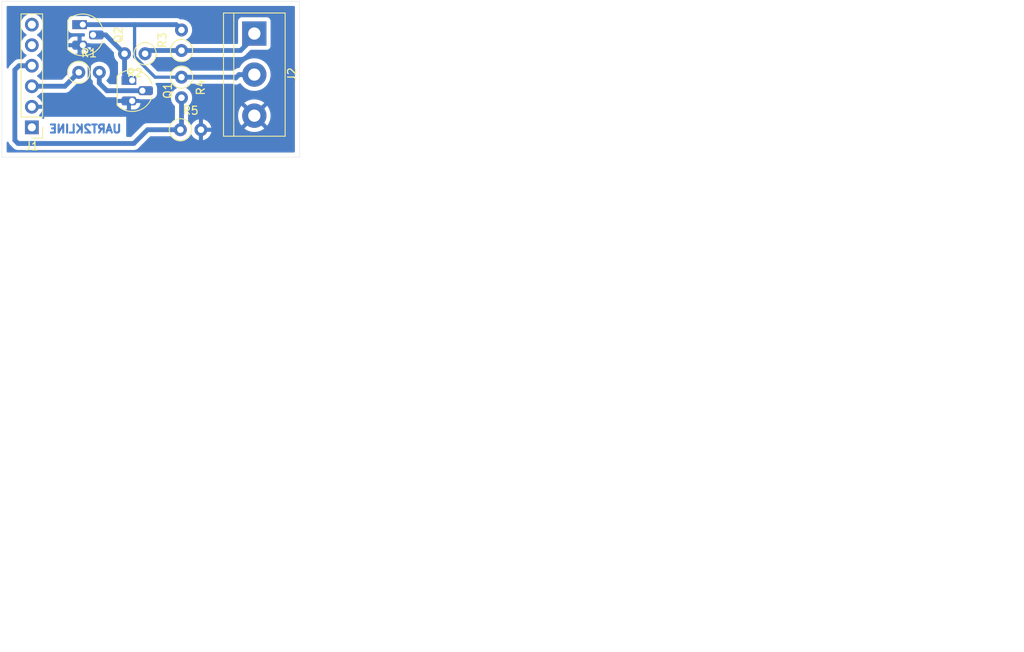
<source format=kicad_pcb>
(kicad_pcb (version 20211014) (generator pcbnew)
  (title_block (rev "1"))
  (layers (0 "F.Cu" signal "Front") (1 "In1.Cu" signal) (2 "In2.Cu" signal) (31 "B.Cu" signal "Back") (34 "B.Paste" user) (35 "F.Paste" user) (36 "B.SilkS" user "B.Silkscreen") (37 "F.SilkS" user "F.Silkscreen") (38 "B.Mask" user) (39 "F.Mask" user) (44 "Edge.Cuts" user))
  (net 0 "")
  (net 1 "RX_I")
  (net 2 "TX_O")
  (net 3 "GND")
  (net 4 "KLINE")
  (net 5 "+12V")
  (net 6 "Net-(Q1-Pad1)")
  (net 7 "Net-(Q1-Pad2)")
  (footprint "Connector_PinHeader_2.54mm:PinHeader_1x06_P2.54mm_Vertical" (layer "F.Cu") (at 19 32.5 180)
    (fp_text reference "J1" (at 0 -2.33) (layer "F.SilkS"))
    (fp_text value "USB2UART")
    (fp_line (start -1.33 1.27) (end 1.33 1.27) (layer "F.SilkS") (width 0.12))
    (fp_line (start -1.33 1.27) (end -1.33 14.03) (layer "F.SilkS") (width 0.12))
    (fp_line (start -1.33 -1.33) (end 0 -1.33) (layer "F.SilkS") (width 0.12))
    (fp_line (start -1.33 14.03) (end 1.33 14.03) (layer "F.SilkS") (width 0.12))
    (fp_line (start 1.33 1.27) (end 1.33 14.03) (layer "F.SilkS") (width 0.12))
    (fp_line (start -1.33 0) (end -1.33 -1.33) (layer "F.SilkS") (width 0.12))
    (pad "1" thru_hole rect locked (at 0 0 180) (size 1.7 1.7) (drill 1) (layers *.Cu *.Mask))
    (pad "2" thru_hole oval locked (at 0 2.54 180) (size 1.7 1.7) (drill 1) (layers *.Cu *.Mask) (net 3 "GND"))
    (pad "3" thru_hole oval locked (at 0 5.08 180) (size 1.7 1.7) (drill 1) (layers *.Cu *.Mask) (net 2 "TX_O"))
    (pad "4" thru_hole oval locked (at 0 7.62 180) (size 1.7 1.7) (drill 1) (layers *.Cu *.Mask) (net 1 "RX_I"))
    (pad "5" thru_hole oval locked (at 0 10.16 180) (size 1.7 1.7) (drill 1) (layers *.Cu *.Mask))
    (pad "6" thru_hole oval locked (at 0 12.7 180) (size 1.7 1.7) (drill 1) (layers *.Cu *.Mask))
  )
  (footprint "TerminalBlock:TerminalBlock_bornier-3_P5.08mm" (layer "F.Cu") (at 46.5 20.9 -90)
    (fp_text reference "J2" (at 5.05 -4.65 90) (layer "F.SilkS"))
    (fp_text value "KLINE_CONN")
    (fp_line (start -2.54 3.81) (end -2.54 -3.81) (layer "F.SilkS") (width 0.12))
    (fp_line (start -2.54 3.81) (end 12.7 3.81) (layer "F.SilkS") (width 0.12))
    (fp_line (start 12.7 3.81) (end 12.7 -3.81) (layer "F.SilkS") (width 0.12))
    (fp_line (start -2.54 -3.81) (end 12.7 -3.81) (layer "F.SilkS") (width 0.12))
    (fp_line (start -2.54 2.54) (end 12.7 2.54) (layer "F.SilkS") (width 0.12))
    (pad "1" thru_hole rect locked (at 0 0 270) (size 3 3) (drill 1.52) (layers *.Cu *.Mask) (net 5 "+12V"))
    (pad "2" thru_hole circle locked (at 5.08 0 270) (size 3 3) (drill 1.52) (layers *.Cu *.Mask) (net 4 "KLINE"))
    (pad "3" thru_hole circle locked (at 10.16 0 270) (size 3 3) (drill 1.52) (layers *.Cu *.Mask) (net 3 "GND"))
  )
  (footprint "Package_TO_SOT_THT:TO-92_HandSolder" (layer "F.Cu") (at 31.4 26.7 -90)
    (fp_text reference "Q1" (at 1.27 -4.4 90) (layer "F.SilkS"))
    (fp_text value "BC547")
    (fp_line (start -0.53 1.85) (end 3.07 1.85) (layer "F.SilkS") (width 0.12))
    (fp_arc (start 2.05 -2.45) (mid 3.769931 -0.601036) (end 3.078445 1.827684) (layer "F.SilkS") (width 0.12))
    (fp_arc (start -0.541875 1.841741) (mid -1.247231 -0.581764) (end 0.45 -2.45) (layer "F.SilkS") (width 0.12))
    (pad "1" thru_hole rect locked (at 0 0 270) (size 1.1 1.8) (drill 0.75 (offset 0 0.4)) (layers *.Cu *.Mask) (net 6 "Net-(Q1-Pad1)"))
    (pad "2" thru_hole roundrect locked (at 1.27 -1.27 270) (size 1.1 1.8) (drill 0.75 (offset 0 -0.4)) (layers *.Cu *.Mask) (net 7 "Net-(Q1-Pad2)"))
    (pad "3" thru_hole roundrect locked (at 2.54 0 270) (size 1.1 1.8) (drill 0.75 (offset 0 0.4)) (layers *.Cu *.Mask) (net 3 "GND"))
  )
  (footprint "Package_TO_SOT_THT:TO-92_HandSolder" (layer "F.Cu") (at 25.3 19.8 -90)
    (fp_text reference "Q2" (at 1.27 -4.4 90) (layer "F.SilkS"))
    (fp_text value "BC547")
    (fp_line (start -0.53 1.85) (end 3.07 1.85) (layer "F.SilkS") (width 0.12))
    (fp_arc (start -0.541875 1.841741) (mid -1.247231 -0.581764) (end 0.45 -2.45) (layer "F.SilkS") (width 0.12))
    (fp_arc (start 2.05 -2.45) (mid 3.769931 -0.601036) (end 3.078445 1.827684) (layer "F.SilkS") (width 0.12))
    (pad "1" thru_hole rect locked (at 0 0 270) (size 1.1 1.8) (drill 0.75 (offset 0 0.4)) (layers *.Cu *.Mask) (net 4 "KLINE"))
    (pad "2" thru_hole roundrect locked (at 1.27 -1.27 270) (size 1.1 1.8) (drill 0.75 (offset 0 -0.4)) (layers *.Cu *.Mask) (net 6 "Net-(Q1-Pad1)"))
    (pad "3" thru_hole roundrect locked (at 2.54 0 270) (size 1.1 1.8) (drill 0.75 (offset 0 0.4)) (layers *.Cu *.Mask) (net 3 "GND"))
  )
  (footprint "Resistor_THT:R_Axial_DIN0207_L6.3mm_D2.5mm_P2.54mm_Vertical" (layer "F.Cu") (at 24.8 25.7)
    (fp_text reference "R1" (at 1.27 -2.37) (layer "F.SilkS"))
    (fp_text value "1K")
    (fp_line (start 1.37 0) (end 1.44 0) (layer "F.SilkS") (width 0.12))
    (fp_circle (center 0 0) (end 1.37 0) (layer "F.SilkS") (width 0.12) (fill none))
    (pad "1" thru_hole circle locked (at 0 0) (size 1.6 1.6) (drill 0.8) (layers *.Cu *.Mask) (net 2 "TX_O"))
    (pad "2" thru_hole oval locked (at 2.54 0) (size 1.6 1.6) (drill 0.8) (layers *.Cu *.Mask) (net 7 "Net-(Q1-Pad2)"))
  )
  (footprint "Resistor_THT:R_Axial_DIN0207_L6.3mm_D2.5mm_P2.54mm_Vertical" (layer "F.Cu") (at 33 23.4 180)
    (fp_text reference "R2" (at 1.27 -2.37) (layer "F.SilkS"))
    (fp_text value "470R")
    (fp_line (start 1.37 0) (end 1.44 0) (layer "F.SilkS") (width 0.12))
    (fp_circle (center 0 0) (end 1.37 0) (layer "F.SilkS") (width 0.12) (fill none))
    (pad "1" thru_hole circle locked (at 0 0 180) (size 1.6 1.6) (drill 0.8) (layers *.Cu *.Mask) (net 5 "+12V"))
    (pad "2" thru_hole oval locked (at 2.54 0 180) (size 1.6 1.6) (drill 0.8) (layers *.Cu *.Mask) (net 6 "Net-(Q1-Pad1)"))
  )
  (footprint "Resistor_THT:R_Axial_DIN0207_L6.3mm_D2.5mm_P2.54mm_Vertical" (layer "F.Cu") (at 37.5 23 90)
    (fp_text reference "R3" (at 1.27 -2.37 90) (layer "F.SilkS"))
    (fp_text value "470R")
    (fp_line (start 1.37 0) (end 1.44 0) (layer "F.SilkS") (width 0.12))
    (fp_circle (center 0 0) (end 1.37 0) (layer "F.SilkS") (width 0.12) (fill none))
    (pad "1" thru_hole circle locked (at 0 0 90) (size 1.6 1.6) (drill 0.8) (layers *.Cu *.Mask) (net 5 "+12V"))
    (pad "2" thru_hole oval locked (at 2.54 0 90) (size 1.6 1.6) (drill 0.8) (layers *.Cu *.Mask) (net 4 "KLINE"))
  )
  (footprint "Resistor_THT:R_Axial_DIN0207_L6.3mm_D2.5mm_P2.54mm_Vertical" (layer "F.Cu") (at 37.5 26.3 -90)
    (fp_text reference "R4" (at 1.27 -2.37 90) (layer "F.SilkS"))
    (fp_text value "100K")
    (fp_line (start 1.37 0) (end 1.44 0) (layer "F.SilkS") (width 0.12))
    (fp_circle (center 0 0) (end 1.37 0) (layer "F.SilkS") (width 0.12) (fill none))
    (pad "1" thru_hole circle locked (at 0 0 270) (size 1.6 1.6) (drill 0.8) (layers *.Cu *.Mask) (net 4 "KLINE"))
    (pad "2" thru_hole oval locked (at 2.54 0 270) (size 1.6 1.6) (drill 0.8) (layers *.Cu *.Mask) (net 1 "RX_I"))
  )
  (footprint "Resistor_THT:R_Axial_DIN0207_L6.3mm_D2.5mm_P2.54mm_Vertical" (layer "F.Cu") (at 37.36 32.8)
    (fp_text reference "R5" (at 1.27 -2.37) (layer "F.SilkS"))
    (fp_text value "47k")
    (fp_line (start 1.37 0) (end 1.44 0) (layer "F.SilkS") (width 0.12))
    (fp_circle (center 0 0) (end 1.37 0) (layer "F.SilkS") (width 0.12) (fill none))
    (pad "1" thru_hole circle locked (at 0 0) (size 1.6 1.6) (drill 0.8) (layers *.Cu *.Mask) (net 1 "RX_I"))
    (pad "2" thru_hole oval locked (at 2.54 0) (size 1.6 1.6) (drill 0.8) (layers *.Cu *.Mask) (net 3 "GND"))
  )
  (gr_line (start 52.1 36.2) (end 52.1 16.9) (layer "Edge.Cuts") (width 0.0381))
  (gr_line (start 15.3 36.2) (end 52.1 36.2) (layer "Edge.Cuts") (width 0.0381))
  (gr_line (start 52.1 16.9) (end 15.3 16.9) (layer "Edge.Cuts") (width 0.0381))
  (gr_line (start 15.3 16.9) (end 15.3 36.2) (layer "Edge.Cuts") (width 0.0381))
  (gr_text "UART2KLINE" (at 25.6 32.7) (layer "B.Cu") (effects (font (size 1 1) (thickness 0.25)) (justify mirror)))
  (segment (start 17.42 24.88) (end 16.9 25.4) (width 0.6) (layer "B.Cu") (net 1))
  (segment (start 33.3 32.8) (end 37.36 32.8) (width 0.6) (layer "B.Cu") (net 1))
  (segment (start 16.9 25.4) (end 16.9 34.1) (width 0.6) (layer "B.Cu") (net 1))
  (segment (start 31.6 34.5) (end 33.3 32.8) (width 0.6) (layer "B.Cu") (net 1))
  (segment (start 19 24.88) (end 19 24.8) (width 0.6) (layer "B.Cu") (net 1))
  (segment (start 37.5 32.66) (end 37.36 32.8) (width 0.6) (layer "B.Cu") (net 1))
  (segment (start 37.5 28.84) (end 37.5 32.66) (width 0.6) (layer "B.Cu") (net 1))
  (segment (start 17.3 34.5) (end 31.6 34.5) (width 0.6) (layer "B.Cu") (net 1))
  (segment (start 19 24.88) (end 17.42 24.88) (width 0.6) (layer "B.Cu") (net 1))
  (segment (start 16.9 34.1) (end 17.3 34.5) (width 0.6) (layer "B.Cu") (net 1))
  (segment (start 19 27.42) (end 23.08 27.42) (width 0.6) (layer "B.Cu") (net 2))
  (segment (start 23.08 27.42) (end 24.8 25.7) (width 0.6) (layer "B.Cu") (net 2))
  (segment (start 26.1 23.14) (end 25.3 22.34) (width 0.4) (layer "B.Cu") (net 3))
  (segment (start 28.34 29.24) (end 26.1 27) (width 0.4) (layer "B.Cu") (net 3))
  (segment (start 26.1 27) (end 26.1 23.14) (width 0.4) (layer "B.Cu") (net 3))
  (segment (start 31.4 29.24) (end 28.34 29.24) (width 0.4) (layer "B.Cu") (net 3))
  (segment (start 36.94 19.9) (end 37.5 20.46) (width 0.6) (layer "B.Cu") (net 4))
  (segment (start 36.84 19.8) (end 37.5 20.46) (width 0.6) (layer "B.Cu") (net 4))
  (segment (start 46.18 26.3) (end 46.5 25.98) (width 0.6) (layer "B.Cu") (net 4))
  (segment (start 31.7 19.8) (end 36.84 19.8) (width 0.6) (layer "B.Cu") (net 4))
  (segment (start 44.62 25.98) (end 44.2 26.4) (width 0.6) (layer "B.Cu") (net 4))
  (segment (start 31.7 23.767962) (end 31.7 19.8) (width 0.4) (layer "B.Cu") (net 4))
  (segment (start 25.3 19.8) (end 31.7 19.8) (width 0.6) (layer "B.Cu") (net 4))
  (segment (start 34.232038 26.3) (end 31.7 23.767962) (width 0.4) (layer "B.Cu") (net 4))
  (segment (start 37.5 26.3) (end 34.232038 26.3) (width 0.4) (layer "B.Cu") (net 4))
  (segment (start 25.3 19.8) (end 25.4 19.7) (width 0.6) (layer "B.Cu") (net 4))
  (segment (start 37.82 25.98) (end 37.5 26.3) (width 0.6) (layer "B.Cu") (net 4))
  (segment (start 44.2 26.4) (end 44.1 26.3) (width 0.6) (layer "B.Cu") (net 4))
  (segment (start 44.1 26.3) (end 37.5 26.3) (width 0.6) (layer "B.Cu") (net 4))
  (segment (start 46.5 25.98) (end 44.62 25.98) (width 0.6) (layer "B.Cu") (net 4))
  (segment (start 33.4 23) (end 37.5 23) (width 0.6) (layer "B.Cu") (net 5))
  (segment (start 44.8 23) (end 37.5 23) (width 0.6) (layer "B.Cu") (net 5))
  (segment (start 46.5 20.9) (end 46.5 21.3) (width 0.6) (layer "B.Cu") (net 5))
  (segment (start 33 23.4) (end 33.4 23) (width 0.6) (layer "B.Cu") (net 5))
  (segment (start 46.5 21.3) (end 44.8 23) (width 0.6) (layer "B.Cu") (net 5))
  (segment (start 26.57 21.07) (end 28.13 21.07) (width 0.6) (layer "B.Cu") (net 6))
  (segment (start 30.46 25.96) (end 30.46 23.4) (width 0.6) (layer "B.Cu") (net 6))
  (segment (start 31.4 26.7) (end 31.2 26.7) (width 0.6) (layer "B.Cu") (net 6))
  (segment (start 28.13 21.07) (end 30.46 23.4) (width 0.6) (layer "B.Cu") (net 6))
  (segment (start 31.2 26.7) (end 30.46 25.96) (width 0.6) (layer "B.Cu") (net 6))
  (segment (start 27.34 25.7) (end 27.34 27.04) (width 0.6) (layer "B.Cu") (net 7))
  (segment (start 27.34 27.04) (end 28.27 27.97) (width 0.6) (layer "B.Cu") (net 7))
  (segment (start 28.27 27.97) (end 32.67 27.97) (width 0.6) (layer "B.Cu") (net 7))
  (zone (net 3) (net_name "GND") (layer "B.Cu") (connect_pads (clearance 0.508)) (min_thickness 0.254) (fill yes (thermal_gap 0.508) (thermal_bridge_width 0.508))
    (polygon (pts (xy 52.1 36.1) (xy 15.3 36.2) (xy 15.3 16.9) (xy 52.1 16.9)))
  )
)
</source>
